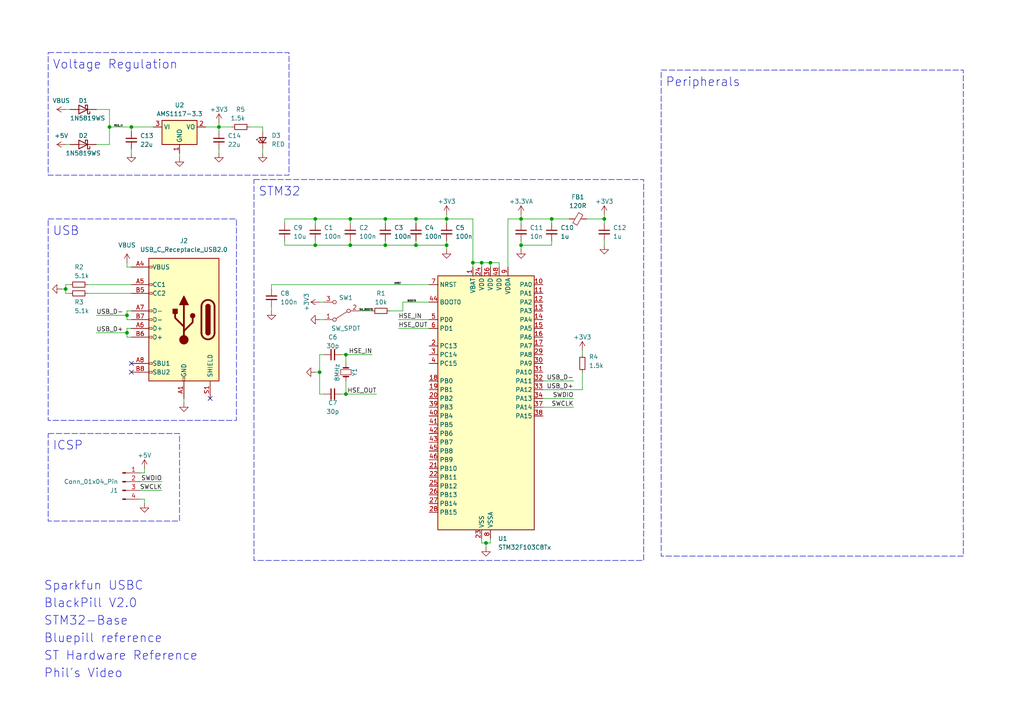
<source format=kicad_sch>
(kicad_sch (version 20230121) (generator eeschema)
  (paper "A4")
  (lib_symbols
    (symbol "Connector:Conn_01x04_Pin" (pin_names (offset 1.016) hide)
      (property "Reference" "J" (at 0 5.08 0))
      (property "Value" "Conn_01x04_Pin" (at 0 -7.62 0))
      (symbol "Conn_01x04_Pin_1_1"
        (polyline (pts (xy 1.27 -5.08) (xy 0.8636 -5.08)) (stroke (width 0.1524)))
        (polyline (pts (xy 1.27 -2.54) (xy 0.8636 -2.54)) (stroke (width 0.1524)))
        (polyline (pts (xy 1.27 0) (xy 0.8636 0)) (stroke (width 0.1524)))
        (polyline (pts (xy 1.27 2.54) (xy 0.8636 2.54)) (stroke (width 0.1524)))
        (rectangle (start 0.8636 -4.953) (end 0 -5.207) (stroke (width 0.1524)) (fill (type outline)))
        (rectangle (start 0.8636 -2.413) (end 0 -2.667) (stroke (width 0.1524)) (fill (type outline)))
        (rectangle (start 0.8636 0.127) (end 0 -0.127) (stroke (width 0.1524)) (fill (type outline)))
        (rectangle (start 0.8636 2.667) (end 0 2.413) (stroke (width 0.1524)) (fill (type outline)))
        (pin passive line (at 5.08 2.54 180) (length 3.81) (name "Pin_1") (number "1"))
        (pin passive line (at 5.08 0 180) (length 3.81) (name "Pin_2") (number "2"))
        (pin passive line (at 5.08 -2.54 180) (length 3.81) (name "Pin_3") (number "3"))
        (pin passive line (at 5.08 -5.08 180) (length 3.81) (name "Pin_4") (number "4"))
      )
    )
    (symbol "Connector:USB_C_Receptacle_USB2.0" (pin_names (offset 1.016))
      (property "Reference" "J" (at -10.16 19.05 0))
      (property "Value" "USB_C_Receptacle_USB2.0" (at 19.05 19.05 0))
      (symbol "USB_C_Receptacle_USB2.0_0_0"
        (rectangle (start -0.254 -17.78) (end 0.254 -16.764))
        (rectangle (start 10.16 -14.986) (end 9.144 -15.494))
        (rectangle (start 10.16 -12.446) (end 9.144 -12.954))
        (rectangle (start 10.16 -4.826) (end 9.144 -5.334))
        (rectangle (start 10.16 -2.286) (end 9.144 -2.794))
        (rectangle (start 10.16 0.254) (end 9.144 -0.254))
        (rectangle (start 10.16 2.794) (end 9.144 2.286))
        (rectangle (start 10.16 7.874) (end 9.144 7.366))
        (rectangle (start 10.16 10.414) (end 9.144 9.906))
        (rectangle (start 10.16 15.494) (end 9.144 14.986))
      )
      (symbol "USB_C_Receptacle_USB2.0_0_1"
        (rectangle (start -10.16 17.78) (end 10.16 -17.78) (stroke (width 0.254)) (fill (type background)))
        (arc (start -8.89 -3.81) (mid -6.985 -5.7067) (end -5.08 -3.81) (stroke (width 0.508)))
        (arc (start -7.62 -3.81) (mid -6.985 -4.4423) (end -6.35 -3.81) (stroke (width 0.254)))
        (arc (start -7.62 -3.81) (mid -6.985 -4.4423) (end -6.35 -3.81) (stroke (width 0.254)) (fill (type outline)))
        (rectangle (start -7.62 -3.81) (end -6.35 3.81) (stroke (width 0.254)) (fill (type outline)))
        (arc (start -6.35 3.81) (mid -6.985 4.4423) (end -7.62 3.81) (stroke (width 0.254)))
        (arc (start -6.35 3.81) (mid -6.985 4.4423) (end -7.62 3.81) (stroke (width 0.254)) (fill (type outline)))
        (arc (start -5.08 3.81) (mid -6.985 5.7067) (end -8.89 3.81) (stroke (width 0.508)))
        (circle (center -2.54 1.143) (radius 0.635) (stroke (width 0.254)) (fill (type outline)))
        (circle (center 0 -5.842) (radius 1.27) (fill (type outline)))
        (polyline (pts (xy -8.89 -3.81) (xy -8.89 3.81)) (stroke (width 0.508)))
        (polyline (pts (xy -5.08 3.81) (xy -5.08 -3.81)) (stroke (width 0.508)))
        (polyline (pts (xy 0 -5.842) (xy 0 4.318)) (stroke (width 0.508)))
        (polyline (pts (xy 0 -3.302) (xy -2.54 -0.762) (xy -2.54 0.508)) (stroke (width 0.508)))
        (polyline (pts (xy 0 -2.032) (xy 2.54 0.508) (xy 2.54 1.778)) (stroke (width 0.508)))
        (polyline (pts (xy -1.27 4.318) (xy 0 6.858) (xy 1.27 4.318) (xy -1.27 4.318)) (stroke (width 0.254)) (fill (type outline)))
        (rectangle (start 1.905 1.778) (end 3.175 3.048) (stroke (width 0.254)) (fill (type outline)))
      )
      (symbol "USB_C_Receptacle_USB2.0_1_1"
        (pin passive line (at 0 -22.86 90) (length 5.08) (name "GND") (number "A1"))
        (pin passive line (at 0 -22.86 90) (length 5.08) hide (name "GND") (number "A12"))
        (pin passive line (at 15.24 15.24 180) (length 5.08) (name "VBUS") (number "A4"))
        (pin bidirectional line (at 15.24 10.16 180) (length 5.08) (name "CC1") (number "A5"))
        (pin bidirectional line (at 15.24 -2.54 180) (length 5.08) (name "D+") (number "A6"))
        (pin bidirectional line (at 15.24 2.54 180) (length 5.08) (name "D-") (number "A7"))
        (pin bidirectional line (at 15.24 -12.7 180) (length 5.08) (name "SBU1") (number "A8"))
        (pin passive line (at 15.24 15.24 180) (length 5.08) hide (name "VBUS") (number "A9"))
        (pin passive line (at 0 -22.86 90) (length 5.08) hide (name "GND") (number "B1"))
        (pin passive line (at 0 -22.86 90) (length 5.08) hide (name "GND") (number "B12"))
        (pin passive line (at 15.24 15.24 180) (length 5.08) hide (name "VBUS") (number "B4"))
        (pin bidirectional line (at 15.24 7.62 180) (length 5.08) (name "CC2") (number "B5"))
        (pin bidirectional line (at 15.24 -5.08 180) (length 5.08) (name "D+") (number "B6"))
        (pin bidirectional line (at 15.24 0 180) (length 5.08) (name "D-") (number "B7"))
        (pin bidirectional line (at 15.24 -15.24 180) (length 5.08) (name "SBU2") (number "B8"))
        (pin passive line (at 15.24 15.24 180) (length 5.08) hide (name "VBUS") (number "B9"))
        (pin passive line (at -7.62 -22.86 90) (length 5.08) (name "SHIELD") (number "S1"))
      )
    )
    (symbol "Device:C_Small" (pin_numbers hide) (pin_names (offset 0.254) hide)
      (property "Reference" "C" (at 0.254 1.778 0))
      (property "Value" "C_Small" (at 0.254 -2.032 0))
      (symbol "C_Small_0_1"
        (polyline (pts (xy -1.524 -0.508) (xy 1.524 -0.508)) (stroke (width 0.3302)))
        (polyline (pts (xy -1.524 0.508) (xy 1.524 0.508)) (stroke (width 0.3048)))
      )
      (symbol "C_Small_1_1"
        (pin passive line (at 0 2.54 270) (length 2.032) (name "~") (number "1"))
        (pin passive line (at 0 -2.54 90) (length 2.032) (name "~") (number "2"))
      )
    )
    (symbol "Device:Crystal_Small" (pin_numbers hide) (pin_names (offset 1.016) hide)
      (property "Reference" "Y" (at 0 2.54 0))
      (property "Value" "Crystal_Small" (at 0 -2.54 0))
      (symbol "Crystal_Small_0_1"
        (rectangle (start -0.762 -1.524) (end 0.762 1.524))
        (polyline (pts (xy -1.27 -0.762) (xy -1.27 0.762)) (stroke (width 0.381)))
        (polyline (pts (xy 1.27 -0.762) (xy 1.27 0.762)) (stroke (width 0.381)))
      )
      (symbol "Crystal_Small_1_1"
        (pin passive line (at -2.54 0 0) (length 1.27) (name "1") (number "1"))
        (pin passive line (at 2.54 0 180) (length 1.27) (name "2") (number "2"))
      )
    )
    (symbol "Device:FerriteBead_Small" (pin_numbers hide) (pin_names (offset 0))
      (property "Reference" "FB" (at 1.905 1.27 0))
      (property "Value" "FerriteBead_Small" (at 1.905 -1.27 0))
      (symbol "FerriteBead_Small_0_1"
        (polyline (pts (xy 0 -1.27) (xy 0 -0.7874)))
        (polyline (pts (xy 0 0.889) (xy 0 1.2954)))
        (polyline (pts (xy -1.8288 0.2794) (xy -1.1176 1.4986) (xy 1.8288 -0.2032) (xy 1.1176 -1.4224) (xy -1.8288 0.2794)))
      )
      (symbol "FerriteBead_Small_1_1"
        (pin passive line (at 0 2.54 270) (length 1.27) (name "~") (number "1"))
        (pin passive line (at 0 -2.54 90) (length 1.27) (name "~") (number "2"))
      )
    )
    (symbol "Device:LED_Small" (pin_numbers hide) (pin_names (offset 0.254) hide)
      (property "Reference" "D" (at -1.27 3.175 0))
      (property "Value" "LED_Small" (at -4.445 -2.54 0))
      (symbol "LED_Small_0_1"
        (polyline (pts (xy -0.762 -1.016) (xy -0.762 1.016)) (stroke (width 0.254)))
        (polyline (pts (xy 1.016 0) (xy -0.762 0)))
        (polyline (pts (xy 0.762 -1.016) (xy -0.762 0) (xy 0.762 1.016) (xy 0.762 -1.016)) (stroke (width 0.254)))
        (polyline (pts (xy 0 0.762) (xy -0.508 1.27) (xy -0.254 1.27) (xy -0.508 1.27) (xy -0.508 1.016)))
        (polyline (pts (xy 0.508 1.27) (xy 0 1.778) (xy 0.254 1.778) (xy 0 1.778) (xy 0 1.524)))
      )
      (symbol "LED_Small_1_1"
        (pin passive line (at -2.54 0 0) (length 1.778) (name "K") (number "1"))
        (pin passive line (at 2.54 0 180) (length 1.778) (name "A") (number "2"))
      )
    )
    (symbol "Device:R_Small" (pin_numbers hide) (pin_names (offset 0.254) hide)
      (property "Reference" "R" (at 0.762 0.508 0))
      (property "Value" "R_Small" (at 0.762 -1.016 0))
      (symbol "R_Small_0_1"
        (rectangle (start -0.762 1.778) (end 0.762 -1.778) (stroke (width 0.2032)))
      )
      (symbol "R_Small_1_1"
        (pin passive line (at 0 2.54 270) (length 0.762) (name "~") (number "1"))
        (pin passive line (at 0 -2.54 90) (length 0.762) (name "~") (number "2"))
      )
    )
    (symbol "Diode:1N5819WS" (pin_numbers hide) (pin_names (offset 1.016) hide)
      (property "Reference" "D" (at 0 2.54 0))
      (property "Value" "1N5819WS" (at 0 -2.54 0))
      (symbol "1N5819WS_0_1"
        (polyline (pts (xy 1.27 0) (xy -1.27 0)))
        (polyline (pts (xy 1.27 1.27) (xy 1.27 -1.27) (xy -1.27 0) (xy 1.27 1.27)) (stroke (width 0.254)))
        (polyline (pts (xy -1.905 0.635) (xy -1.905 1.27) (xy -1.27 1.27) (xy -1.27 -1.27) (xy -0.635 -1.27) (xy -0.635 -0.635)) (stroke (width 0.254)))
      )
      (symbol "1N5819WS_1_1"
        (pin passive line (at -3.81 0 0) (length 2.54) (name "K") (number "1"))
        (pin passive line (at 3.81 0 180) (length 2.54) (name "A") (number "2"))
      )
    )
    (symbol "MCU_ST_STM32F1:STM32F103C8Tx"
      (property "Reference" "U" (at -12.7 39.37 0))
      (property "Value" "STM32F103C8Tx" (at 10.16 39.37 0))
      (symbol "STM32F103C8Tx_0_1"
        (rectangle (start -12.7 -35.56) (end 15.24 38.1) (stroke (width 0.254)) (fill (type background)))
      )
      (symbol "STM32F103C8Tx_1_1"
        (pin power_in line (at -2.54 40.64 270) (length 2.54) (name "VBAT") (number "1"))
        (pin bidirectional line (at 17.78 35.56 180) (length 2.54) (name "PA0") (number "10"))
        (pin bidirectional line (at 17.78 33.02 180) (length 2.54) (name "PA1") (number "11"))
        (pin bidirectional line (at 17.78 30.48 180) (length 2.54) (name "PA2") (number "12"))
        (pin bidirectional line (at 17.78 27.94 180) (length 2.54) (name "PA3") (number "13"))
        (pin bidirectional line (at 17.78 25.4 180) (length 2.54) (name "PA4") (number "14"))
        (pin bidirectional line (at 17.78 22.86 180) (length 2.54) (name "PA5") (number "15"))
        (pin bidirectional line (at 17.78 20.32 180) (length 2.54) (name "PA6") (number "16"))
        (pin bidirectional line (at 17.78 17.78 180) (length 2.54) (name "PA7") (number "17"))
        (pin bidirectional line (at -15.24 7.62 0) (length 2.54) (name "PB0") (number "18"))
        (pin bidirectional line (at -15.24 5.08 0) (length 2.54) (name "PB1") (number "19"))
        (pin bidirectional line (at -15.24 17.78 0) (length 2.54) (name "PC13") (number "2"))
        (pin bidirectional line (at -15.24 2.54 0) (length 2.54) (name "PB2") (number "20"))
        (pin bidirectional line (at -15.24 -17.78 0) (length 2.54) (name "PB10") (number "21"))
        (pin bidirectional line (at -15.24 -20.32 0) (length 2.54) (name "PB11") (number "22"))
        (pin power_in line (at 0 -38.1 90) (length 2.54) (name "VSS") (number "23"))
        (pin power_in line (at 0 40.64 270) (length 2.54) (name "VDD") (number "24"))
        (pin bidirectional line (at -15.24 -22.86 0) (length 2.54) (name "PB12") (number "25"))
        (pin bidirectional line (at -15.24 -25.4 0) (length 2.54) (name "PB13") (number "26"))
        (pin bidirectional line (at -15.24 -27.94 0) (length 2.54) (name "PB14") (number "27"))
        (pin bidirectional line (at -15.24 -30.48 0) (length 2.54) (name "PB15") (number "28"))
        (pin bidirectional line (at 17.78 15.24 180) (length 2.54) (name "PA8") (number "29"))
        (pin bidirectional line (at -15.24 15.24 0) (length 2.54) (name "PC14") (number "3"))
        (pin bidirectional line (at 17.78 12.7 180) (length 2.54) (name "PA9") (number "30"))
        (pin bidirectional line (at 17.78 10.16 180) (length 2.54) (name "PA10") (number "31"))
        (pin bidirectional line (at 17.78 7.62 180) (length 2.54) (name "PA11") (number "32"))
        (pin bidirectional line (at 17.78 5.08 180) (length 2.54) (name "PA12") (number "33"))
        (pin bidirectional line (at 17.78 2.54 180) (length 2.54) (name "PA13") (number "34"))
        (pin passive line (at 0 -38.1 90) (length 2.54) hide (name "VSS") (number "35"))
        (pin power_in line (at 2.54 40.64 270) (length 2.54) (name "VDD") (number "36"))
        (pin bidirectional line (at 17.78 0 180) (length 2.54) (name "PA14") (number "37"))
        (pin bidirectional line (at 17.78 -2.54 180) (length 2.54) (name "PA15") (number "38"))
        (pin bidirectional line (at -15.24 0 0) (length 2.54) (name "PB3") (number "39"))
        (pin bidirectional line (at -15.24 12.7 0) (length 2.54) (name "PC15") (number "4"))
        (pin bidirectional line (at -15.24 -2.54 0) (length 2.54) (name "PB4") (number "40"))
        (pin bidirectional line (at -15.24 -5.08 0) (length 2.54) (name "PB5") (number "41"))
        (pin bidirectional line (at -15.24 -7.62 0) (length 2.54) (name "PB6") (number "42"))
        (pin bidirectional line (at -15.24 -10.16 0) (length 2.54) (name "PB7") (number "43"))
        (pin input line (at -15.24 30.48 0) (length 2.54) (name "BOOT0") (number "44"))
        (pin bidirectional line (at -15.24 -12.7 0) (length 2.54) (name "PB8") (number "45"))
        (pin bidirectional line (at -15.24 -15.24 0) (length 2.54) (name "PB9") (number "46"))
        (pin passive line (at 0 -38.1 90) (length 2.54) hide (name "VSS") (number "47"))
        (pin power_in line (at 5.08 40.64 270) (length 2.54) (name "VDD") (number "48"))
        (pin bidirectional line (at -15.24 25.4 0) (length 2.54) (name "PD0") (number "5"))
        (pin bidirectional line (at -15.24 22.86 0) (length 2.54) (name "PD1") (number "6"))
        (pin input line (at -15.24 35.56 0) (length 2.54) (name "NRST") (number "7"))
        (pin power_in line (at 2.54 -38.1 90) (length 2.54) (name "VSSA") (number "8"))
        (pin power_in line (at 7.62 40.64 270) (length 2.54) (name "VDDA") (number "9"))
      )
    )
    (symbol "Regulator_Linear:AMS1117-3.3"
      (property "Reference" "U" (at -3.81 3.175 0))
      (property "Value" "AMS1117-3.3" (at 0 3.175 0))
      (symbol "AMS1117-3.3_0_1"
        (rectangle (start -5.08 -5.08) (end 5.08 1.905) (stroke (width 0.254)) (fill (type background)))
      )
      (symbol "AMS1117-3.3_1_1"
        (pin power_in line (at 0 -7.62 90) (length 2.54) (name "GND") (number "1"))
        (pin power_out line (at 7.62 0 180) (length 2.54) (name "VO") (number "2"))
        (pin power_in line (at -7.62 0 0) (length 2.54) (name "VI") (number "3"))
      )
    )
    (symbol "Switch:SW_SPDT" (pin_names (offset 0) hide)
      (property "Reference" "SW" (at 0 4.318 0))
      (property "Value" "SW_SPDT" (at 0 -5.08 0))
      (symbol "SW_SPDT_0_0"
        (circle (center -2.032 0) (radius 0.508))
        (circle (center 2.032 -2.54) (radius 0.508))
      )
      (symbol "SW_SPDT_0_1"
        (polyline (pts (xy -1.524 0.254) (xy 1.651 2.286)))
        (circle (center 2.032 2.54) (radius 0.508))
      )
      (symbol "SW_SPDT_1_1"
        (pin passive line (at 5.08 2.54 180) (length 2.54) (name "A") (number "1"))
        (pin passive line (at -5.08 0 0) (length 2.54) (name "B") (number "2"))
        (pin passive line (at 5.08 -2.54 180) (length 2.54) (name "C") (number "3"))
      )
    )
    (symbol "power:+3.3VA" (power) (pin_names (offset 0))
      (property "Value" "+3.3VA" (at 0 3.556 0))
      (symbol "+3.3VA_0_1"
        (polyline (pts (xy -0.762 1.27) (xy 0 2.54)))
        (polyline (pts (xy 0 0) (xy 0 2.54)))
        (polyline (pts (xy 0 2.54) (xy 0.762 1.27)))
      )
      (symbol "+3.3VA_1_1"
        (pin power_in line (at 0 0 90) (length 0) hide (name "+3.3VA") (number "1"))
      )
    )
    (symbol "power:+3V3" (power) (pin_names (offset 0))
      (property "Value" "+3V3" (at 0 3.556 0))
      (symbol "+3V3_0_1"
        (polyline (pts (xy -0.762 1.27) (xy 0 2.54)))
        (polyline (pts (xy 0 0) (xy 0 2.54)))
        (polyline (pts (xy 0 2.54) (xy 0.762 1.27)))
      )
      (symbol "+3V3_1_1"
        (pin power_in line (at 0 0 90) (length 0) hide (name "+3V3") (number "1"))
      )
    )
    (symbol "power:+5V" (power) (pin_names (offset 0))
      (property "Value" "+5V" (at 0 3.556 0))
      (symbol "+5V_0_1"
        (polyline (pts (xy -0.762 1.27) (xy 0 2.54)))
        (polyline (pts (xy 0 0) (xy 0 2.54)))
        (polyline (pts (xy 0 2.54) (xy 0.762 1.27)))
      )
      (symbol "+5V_1_1"
        (pin power_in line (at 0 0 90) (length 0) hide (name "+5V") (number "1"))
      )
    )
    (symbol "power:GND" (power) (pin_names (offset 0))
      (property "Value" "GND" (at 0 -3.81 0))
      (symbol "GND_0_1"
        (polyline (pts (xy 0 0) (xy 0 -1.27) (xy 1.27 -1.27) (xy 0 -2.54) (xy -1.27 -1.27) (xy 0 -1.27)))
      )
      (symbol "GND_1_1"
        (pin power_in line (at 0 0 270) (length 0) hide (name "GND") (number "1"))
      )
    )
    (symbol "power:VBUS" (power) (pin_names (offset 0))
      (property "Value" "VBUS" (at 0 3.81 0))
      (symbol "VBUS_0_1"
        (polyline (pts (xy -0.762 1.27) (xy 0 2.54)))
        (polyline (pts (xy 0 0) (xy 0 2.54)))
        (polyline (pts (xy 0 2.54) (xy 0.762 1.27)))
      )
      (symbol "VBUS_1_1"
        (pin power_in line (at 0 0 90) (length 0) hide (name "VBUS") (number "1"))
      )
    )
  )
  (junction (at 100.33 102.87))
  (junction (at 63.5 36.83))
  (junction (at 91.44 71.12))
  (junction (at 140.97 157.48))
  (junction (at 139.7 76.2))
  (junction (at 151.13 63.5))
  (junction (at 101.6 71.12))
  (junction (at 137.16 76.2))
  (junction (at 129.54 71.12))
  (junction (at 31.75 36.83))
  (junction (at 38.1 36.83))
  (junction (at 142.24 76.2))
  (junction (at 36.83 96.52))
  (junction (at 19.05 83.82))
  (junction (at 160.02 63.5))
  (junction (at 175.26 63.5))
  (junction (at 129.54 63.5))
  (junction (at 101.6 63.5))
  (junction (at 120.65 63.5))
  (junction (at 91.44 63.5))
  (junction (at 111.76 63.5))
  (junction (at 151.13 71.12))
  (junction (at 100.33 114.3))
  (junction (at 36.83 91.44))
  (junction (at 111.76 71.12))
  (junction (at 120.65 71.12))
  (junction (at 92.71 107.95))
  (no_connect (at 38.1 107.95))
  (no_connect (at 38.1 105.41))
  (no_connect (at 60.96 115.57))
  (wire (pts (xy 92.71 107.95) (xy 92.71 114.3)))
  (wire (pts (xy 46.99 142.24) (xy 40.64 142.24)))
  (wire (pts (xy 129.54 71.12) (xy 129.54 69.85)))
  (wire (pts (xy 41.91 144.78) (xy 41.91 146.05)))
  (wire (pts (xy 104.14 90.17) (xy 107.95 90.17)))
  (wire (pts (xy 91.44 69.85) (xy 91.44 71.12)))
  (wire (pts (xy 107.95 102.87) (xy 100.33 102.87)))
  (wire (pts (xy 160.02 63.5) (xy 165.1 63.5)))
  (wire (pts (xy 137.16 76.2) (xy 139.7 76.2)))
  (wire (pts (xy 91.44 71.12) (xy 101.6 71.12)))
  (wire (pts (xy 76.2 43.18) (xy 76.2 44.45)))
  (wire (pts (xy 120.65 63.5) (xy 129.54 63.5)))
  (wire (pts (xy 46.99 139.7) (xy 40.64 139.7)))
  (wire (pts (xy 82.55 71.12) (xy 91.44 71.12)))
  (wire (pts (xy 175.26 63.5) (xy 175.26 62.23)))
  (wire (pts (xy 100.33 110.49) (xy 100.33 114.3)))
  (wire (pts (xy 157.48 113.03) (xy 168.91 113.03)))
  (wire (pts (xy 151.13 69.85) (xy 151.13 71.12)))
  (wire (pts (xy 115.57 95.25) (xy 124.46 95.25)))
  (wire (pts (xy 157.48 115.57) (xy 166.37 115.57)))
  (wire (pts (xy 144.78 76.2) (xy 142.24 76.2)))
  (wire (pts (xy 36.83 97.79) (xy 38.1 97.79)))
  (wire (pts (xy 38.1 36.83) (xy 38.1 38.1)))
  (wire (pts (xy 91.44 63.5) (xy 91.44 64.77)))
  (wire (pts (xy 139.7 76.2) (xy 139.7 77.47)))
  (wire (pts (xy 116.84 90.17) (xy 116.84 87.63)))
  (wire (pts (xy 25.4 82.55) (xy 38.1 82.55)))
  (wire (pts (xy 27.94 96.52) (xy 36.83 96.52)))
  (wire (pts (xy 93.98 92.71) (xy 92.71 92.71)))
  (wire (pts (xy 63.5 36.83) (xy 63.5 35.56)))
  (wire (pts (xy 147.32 63.5) (xy 147.32 77.47)))
  (wire (pts (xy 144.78 77.47) (xy 144.78 76.2)))
  (wire (pts (xy 160.02 63.5) (xy 160.02 64.77)))
  (wire (pts (xy 36.83 95.25) (xy 36.83 96.52)))
  (wire (pts (xy 92.71 102.87) (xy 92.71 107.95)))
  (wire (pts (xy 151.13 62.23) (xy 151.13 63.5)))
  (wire (pts (xy 36.83 91.44) (xy 36.83 90.17)))
  (wire (pts (xy 92.71 87.63) (xy 93.98 87.63)))
  (wire (pts (xy 53.34 115.57) (xy 53.34 116.84)))
  (wire (pts (xy 20.32 85.09) (xy 19.05 85.09)))
  (wire (pts (xy 40.64 144.78) (xy 41.91 144.78)))
  (wire (pts (xy 151.13 71.12) (xy 151.13 72.39)))
  (wire (pts (xy 78.74 88.9) (xy 78.74 90.17)))
  (wire (pts (xy 157.48 118.11) (xy 166.37 118.11)))
  (wire (pts (xy 129.54 71.12) (xy 129.54 72.39)))
  (wire (pts (xy 31.75 36.83) (xy 38.1 36.83)))
  (wire (pts (xy 137.16 77.47) (xy 137.16 76.2)))
  (wire (pts (xy 20.32 41.91) (xy 19.05 41.91)))
  (wire (pts (xy 27.94 41.91) (xy 31.75 41.91)))
  (wire (pts (xy 111.76 63.5) (xy 120.65 63.5)))
  (wire (pts (xy 140.97 157.48) (xy 139.7 157.48)))
  (wire (pts (xy 101.6 69.85) (xy 101.6 71.12)))
  (wire (pts (xy 151.13 63.5) (xy 147.32 63.5)))
  (wire (pts (xy 129.54 63.5) (xy 137.16 63.5)))
  (wire (pts (xy 59.69 36.83) (xy 63.5 36.83)))
  (wire (pts (xy 40.64 137.16) (xy 41.91 137.16)))
  (wire (pts (xy 170.18 63.5) (xy 175.26 63.5)))
  (wire (pts (xy 139.7 76.2) (xy 142.24 76.2)))
  (wire (pts (xy 116.84 87.63) (xy 124.46 87.63)))
  (wire (pts (xy 175.26 69.85) (xy 175.26 71.12)))
  (wire (pts (xy 151.13 64.77) (xy 151.13 63.5)))
  (wire (pts (xy 111.76 71.12) (xy 120.65 71.12)))
  (wire (pts (xy 140.97 157.48) (xy 142.24 157.48)))
  (wire (pts (xy 27.94 31.75) (xy 31.75 31.75)))
  (wire (pts (xy 175.26 63.5) (xy 175.26 64.77)))
  (wire (pts (xy 38.1 36.83) (xy 44.45 36.83)))
  (wire (pts (xy 92.71 102.87) (xy 93.98 102.87)))
  (wire (pts (xy 115.57 92.71) (xy 124.46 92.71)))
  (wire (pts (xy 82.55 63.5) (xy 91.44 63.5)))
  (wire (pts (xy 111.76 69.85) (xy 111.76 71.12)))
  (wire (pts (xy 101.6 63.5) (xy 101.6 64.77)))
  (wire (pts (xy 142.24 156.21) (xy 142.24 157.48)))
  (wire (pts (xy 100.33 102.87) (xy 100.33 105.41)))
  (wire (pts (xy 17.78 83.82) (xy 19.05 83.82)))
  (wire (pts (xy 36.83 92.71) (xy 36.83 91.44)))
  (wire (pts (xy 36.83 77.47) (xy 36.83 76.2)))
  (wire (pts (xy 36.83 96.52) (xy 36.83 97.79)))
  (wire (pts (xy 129.54 62.23) (xy 129.54 63.5)))
  (wire (pts (xy 99.06 102.87) (xy 100.33 102.87)))
  (wire (pts (xy 157.48 110.49) (xy 166.37 110.49)))
  (wire (pts (xy 168.91 101.6) (xy 168.91 102.87)))
  (wire (pts (xy 168.91 113.03) (xy 168.91 107.95)))
  (wire (pts (xy 91.44 63.5) (xy 101.6 63.5)))
  (wire (pts (xy 137.16 63.5) (xy 137.16 76.2)))
  (wire (pts (xy 129.54 63.5) (xy 129.54 64.77)))
  (wire (pts (xy 27.94 91.44) (xy 36.83 91.44)))
  (wire (pts (xy 120.65 69.85) (xy 120.65 71.12)))
  (wire (pts (xy 91.44 107.95) (xy 92.71 107.95)))
  (wire (pts (xy 100.33 114.3) (xy 109.22 114.3)))
  (wire (pts (xy 19.05 82.55) (xy 19.05 83.82)))
  (wire (pts (xy 101.6 71.12) (xy 111.76 71.12)))
  (wire (pts (xy 38.1 77.47) (xy 36.83 77.47)))
  (wire (pts (xy 41.91 137.16) (xy 41.91 135.89)))
  (wire (pts (xy 120.65 71.12) (xy 129.54 71.12)))
  (wire (pts (xy 78.74 82.55) (xy 124.46 82.55)))
  (wire (pts (xy 38.1 92.71) (xy 36.83 92.71)))
  (wire (pts (xy 72.39 36.83) (xy 76.2 36.83)))
  (wire (pts (xy 142.24 77.47) (xy 142.24 76.2)))
  (wire (pts (xy 93.98 114.3) (xy 92.71 114.3)))
  (wire (pts (xy 20.32 82.55) (xy 19.05 82.55)))
  (wire (pts (xy 63.5 36.83) (xy 63.5 38.1)))
  (wire (pts (xy 36.83 90.17) (xy 38.1 90.17)))
  (wire (pts (xy 78.74 83.82) (xy 78.74 82.55)))
  (wire (pts (xy 38.1 43.18) (xy 38.1 44.45)))
  (wire (pts (xy 82.55 64.77) (xy 82.55 63.5)))
  (wire (pts (xy 38.1 95.25) (xy 36.83 95.25)))
  (wire (pts (xy 151.13 63.5) (xy 160.02 63.5)))
  (wire (pts (xy 151.13 71.12) (xy 160.02 71.12)))
  (wire (pts (xy 113.03 90.17) (xy 116.84 90.17)))
  (wire (pts (xy 19.05 31.75) (xy 20.32 31.75)))
  (wire (pts (xy 101.6 63.5) (xy 111.76 63.5)))
  (wire (pts (xy 139.7 157.48) (xy 139.7 156.21)))
  (wire (pts (xy 76.2 36.83) (xy 76.2 38.1)))
  (wire (pts (xy 100.33 114.3) (xy 99.06 114.3)))
  (wire (pts (xy 31.75 31.75) (xy 31.75 36.83)))
  (wire (pts (xy 140.97 158.75) (xy 140.97 157.48)))
  (wire (pts (xy 25.4 85.09) (xy 38.1 85.09)))
  (wire (pts (xy 82.55 69.85) (xy 82.55 71.12)))
  (wire (pts (xy 120.65 63.5) (xy 120.65 64.77)))
  (wire (pts (xy 111.76 63.5) (xy 111.76 64.77)))
  (wire (pts (xy 31.75 36.83) (xy 31.75 41.91)))
  (wire (pts (xy 63.5 43.18) (xy 63.5 44.45)))
  (wire (pts (xy 52.07 44.45) (xy 52.07 45.72)))
  (wire (pts (xy 63.5 36.83) (xy 67.31 36.83)))
  (wire (pts (xy 19.05 85.09) (xy 19.05 83.82)))
  (wire (pts (xy 160.02 71.12) (xy 160.02 69.85)))
  (rectangle (start 191.77 20.32) (end 279.4 161.29) (stroke (width 0) (type dash)))
  (rectangle (start 73.66 52.07) (end 186.69 162.56) (stroke (width 0) (type dash)))
  (rectangle (start 13.97 125.73) (end 52.07 151.13) (stroke (width 0) (type dash)))
  (rectangle (start 13.97 63.5) (end 68.58 121.92) (stroke (width 0) (type dash)))
  (rectangle (start 13.97 15.24) (end 83.82 50.8) (stroke (width 0) (type dash)))
  (text "Bluepill reference" (at 12.7 186.69 0) (effects (font (size 2.54 2.54)) (justify left bottom)))
  (text "STM32-Base" (at 12.7 181.61 0) (effects (font (size 2.54 2.54)) (justify left bottom)))
  (text "Sparkfun USBC" (at 12.7 171.45 0) (effects (font (size 2.54 2.54)) (justify left bottom)))
  (text "Voltage Regulation" (at 15.24 20.32 0) (effects (font (size 2.54 2.54)) (justify left bottom)))
  (text "BlackPill V2.0" (at 12.7 176.53 0) (effects (font (size 2.54 2.54)) (justify left bottom)))
  (text "ST Hardware Reference" (at 12.7 191.77 0) (effects (font (size 2.54 2.54)) (justify left bottom)))
  (text "Peripherals" (at 193.04 25.4 0) (effects (font (size 2.54 2.54)) (justify left bottom)))
  (text "ICSP" (at 15.24 130.81 0) (effects (font (size 2.54 2.54)) (justify left bottom)))
  (text "STM32" (at 74.93 57.15 0) (effects (font (size 2.54 2.54)) (justify left bottom)))
  (text "Phil's Video" (at 12.7 196.85 0) (effects (font (size 2.54 2.54)) (justify left bottom)))
  (text "USB" (at 15.24 68.58 0) (effects (font (size 2.54 2.54)) (justify left bottom)))
  (label "SW_BOOT0" (at 104.14 90.17 0) (effects (font (size 0.508 0.508))))
  (label "HSE_OUT" (at 109.22 114.3 180))
  (label "NRST" (at 114.3 82.55 0) (effects (font (size 0.508 0.508))))
  (label "REG_VI" (at 33.02 36.83 0) (effects (font (size 0.508 0.508))))
  (label "BOOT0" (at 118.11 87.63 0) (effects (font (size 0.508 0.508))))
  (label "SWDIO" (at 46.99 139.7 180))
  (label "SWCLK" (at 46.99 142.24 180))
  (label "SWCLK" (at 166.37 118.11 180))
  (label "USB_D+" (at 27.94 96.52 0))
  (label "USB_D+" (at 166.37 113.03 180))
  (label "HSE_OUT" (at 115.57 95.25 0))
  (label "HSE_IN" (at 115.57 92.71 0))
  (label "HSE_IN" (at 107.95 102.87 180))
  (label "USB_D-" (at 27.94 91.44 0))
  (label "USB_D-" (at 166.37 110.49 180))
  (label "SWDIO" (at 166.37 115.57 180))
  (symbol (lib_id "power:VBUS") (at 36.83 76.2 0) (unit 1)
    (property "Reference" "#PWR011" (effects hide))
    (property "Value" "VBUS" (at 36.83 71.12 0))
  )
  (symbol (lib_id "power:GND") (at 41.91 146.05 0) (mirror y) (unit 1)
    (property "Reference" "#PWR019" (effects hide))
    (property "Value" "GND" (effects hide))
  )
  (symbol (lib_id "power:+3.3VA") (at 151.13 62.23 0) (unit 1)
    (property "Reference" "#PWR02" (effects hide))
    (property "Value" "+3.3VA" (at 151.13 58.42 0))
  )
  (symbol (lib_id "power:+3V3") (at 92.71 87.63 90) (unit 1)
    (property "Reference" "#PWR09" (effects hide))
    (property "Value" "+3V3" (at 88.9 87.63 0))
  )
  (symbol (lib_id "Device:R_Small") (at 168.91 105.41 180) (unit 1)
    (property "Reference" "R4" (at 170.815 103.505 0) (effects (justify right)))
    (property "Value" "1.5k" (at 170.815 106.045 0) (effects (justify right)))
    (property "Footprint" "Resistor_SMD:R_0603_1608Metric" (effects hide))
    (property "Datasheet" "https://wmsc.lcsc.com/wmsc/upload/file/pdf/v2/lcsc/2206010130_UNI-ROYAL-Uniroyal-Elec-0603WAF1501T5E_C22843.pdf" (effects hide))
    (property "JLCPCB" "C22843" (effects hide))
    (property "Link" "https://jlcpcb.com/partdetail/23570-0603WAF1501T5E/C22843" (effects hide))
  )
  (symbol (lib_id "Device:C_Small") (at 96.52 114.3 90) (unit 1)
    (property "Reference" "C7" (at 96.52 116.84 90))
    (property "Value" "30p" (at 96.52 119.38 90))
    (property "Footprint" "Capacitor_SMD:C_0603_1608Metric" (effects hide))
    (property "Datasheet" "https://wmsc.lcsc.com/wmsc/upload/file/pdf/v2/lcsc/2304140030_Samsung-Electro-Mechanics-CL10C200JB8NNNC_C1648.pdf" (effects hide))
    (property "JLCPCB" "C1648" (effects hide))
    (property "Link" "https://jlcpcb.com/partdetail/2000-CL10C200JB8NNNC/C1648" (effects hide))
  )
  (symbol (lib_id "power:GND") (at 175.26 71.12 0) (unit 1)
    (property "Reference" "#PWR05" (effects hide))
    (property "Value" "GND" (effects hide))
  )
  (symbol (lib_id "Device:C_Small") (at 175.26 67.31 0) (unit 1)
    (property "Reference" "C12" (at 177.8 66.0463 0) (effects (justify left)))
    (property "Value" "1u" (at 177.8 68.5863 0) (effects (justify left)))
    (property "Footprint" "Capacitor_SMD:C_0603_1608Metric" (effects hide))
    (property "Datasheet" "https://wmsc.lcsc.com/wmsc/upload/file/pdf/v2/lcsc/2304140030_Samsung-Electro-Mechanics-CL10A105KB8NNNC_C15849.pdf" (effects hide))
    (property "JLCPCB" "C15849" (effects hide))
    (property "Link" "https://jlcpcb.com/partdetail/16531-CL10A105KB8NNNC/C15849" (effects hide))
  )
  (symbol (lib_id "power:GND") (at 129.54 72.39 0) (unit 1)
    (property "Reference" "#PWR04" (effects hide))
    (property "Value" "GND" (effects hide))
  )
  (symbol (lib_id "power:GND") (at 91.44 107.95 270) (unit 1)
    (property "Reference" "#PWR013" (effects hide))
    (property "Value" "GND" (effects hide))
  )
  (symbol (lib_id "Device:C_Small") (at 111.76 67.31 0) (unit 1)
    (property "Reference" "C3" (at 114.3 66.0463 0) (effects (justify left)))
    (property "Value" "100n" (at 114.3 68.5863 0) (effects (justify left)))
    (property "Footprint" "Capacitor_SMD:C_0603_1608Metric" (effects hide))
    (property "Datasheet" "https://wmsc.lcsc.com/wmsc/upload/file/pdf/v2/lcsc/2211101700_YAGEO-CC0603KRX7R9BB104_C14663.pdf" (effects hide))
    (property "JLCPCB" "C14663" (effects hide))
    (property "Link" "https://jlcpcb.com/partdetail/Yageo-CC0603KRX7R9BB104/C14663" (effects hide))
  )
  (symbol (lib_id "Device:FerriteBead_Small") (at 167.64 63.5 90) (unit 1)
    (property "Reference" "FB1" (at 167.6019 57.15 90))
    (property "Value" "120R" (at 167.6019 59.69 90))
  )
  (symbol (lib_id "Device:C_Small") (at 151.13 67.31 0) (unit 1)
    (property "Reference" "C11" (at 153.67 66.0463 0) (effects (justify left)))
    (property "Value" "10n" (at 153.67 68.5863 0) (effects (justify left)))
    (property "Footprint" "Capacitor_SMD:C_0603_1608Metric" (effects hide))
    (property "Datasheet" "https://wmsc.lcsc.com/wmsc/upload/file/pdf/v2/lcsc/2304140030_FH--Guangdong-Fenghua-Advanced-Tech-0603B103K500NT_C57112.pdf" (effects hide))
    (property "JLCPCB" "C57112" (effects hide))
    (property "Link" "https://jlcpcb.com/partdetail/58143-0603B103K500NT/C57112" (effects hide))
  )
  (symbol (lib_id "Device:C_Small") (at 101.6 67.31 0) (unit 1)
    (property "Reference" "C2" (at 104.14 66.0463 0) (effects (justify left)))
    (property "Value" "100n" (at 104.14 68.5863 0) (effects (justify left)))
    (property "Footprint" "Capacitor_SMD:C_0603_1608Metric" (effects hide))
    (property "Datasheet" "https://wmsc.lcsc.com/wmsc/upload/file/pdf/v2/lcsc/2211101700_YAGEO-CC0603KRX7R9BB104_C14663.pdf" (effects hide))
    (property "JLCPCB" "C14663" (effects hide))
    (property "Link" "https://jlcpcb.com/partdetail/Yageo-CC0603KRX7R9BB104/C14663" (effects hide))
  )
  (symbol (lib_id "power:GND") (at 140.97 158.75 0) (unit 1)
    (property "Reference" "#PWR012" (effects hide))
    (property "Value" "GND" (effects hide))
  )
  (symbol (lib_id "power:GND") (at 17.78 83.82 270) (unit 1)
    (property "Reference" "#PWR010" (effects hide))
    (property "Value" "GND" (effects hide))
  )
  (symbol (lib_id "power:+3V3") (at 129.54 62.23 0) (unit 1)
    (property "Reference" "#PWR03" (effects hide))
    (property "Value" "+3V3" (at 129.54 58.42 0))
  )
  (symbol (lib_id "Device:LED_Small") (at 76.2 40.64 90) (unit 1)
    (property "Reference" "D3" (at 78.74 39.3065 90) (effects (justify right)))
    (property "Value" "RED" (at 78.74 41.8465 90) (effects (justify right)))
    (property "Footprint" "LED_SMD:LED_0603_1608Metric" (effects hide))
    (property "Datasheet" "https://wmsc.lcsc.com/wmsc/upload/file/pdf/v2/lcsc/1810231112_Hubei-KENTO-Elec-KT-0603R_C2286.pdf" (effects hide))
    (property "JLCPCB" "C2286" (effects hide))
    (property "Link" "https://jlcpcb.com/partdetail/Hubei_KentoElec-KT0603R/C2286" (effects hide))
  )
  (symbol (lib_id "Device:R_Small") (at 22.86 82.55 90) (unit 1)
    (property "Reference" "R2" (at 21.59 77.47 90) (effects (justify right)))
    (property "Value" "5.1k" (at 21.59 80.01 90) (effects (justify right)))
    (property "Footprint" "Resistor_SMD:R_0603_1608Metric" (effects hide))
    (property "Datasheet" "https://wmsc.lcsc.com/wmsc/upload/file/pdf/v2/lcsc/2206010116_UNI-ROYAL-Uniroyal-Elec-0603WAF5101T5E_C23186.pdf" (effects hide))
    (property "JLCPCB" "C23186" (effects hide))
    (property "Link" "https://jlcpcb.com/partdetail/23913-0603WAF5101T5E/C23186" (effects hide))
  )
  (symbol (lib_id "power:GND") (at 151.13 72.39 0) (unit 1)
    (property "Reference" "#PWR01" (effects hide))
    (property "Value" "GND" (effects hide))
  )
  (symbol (lib_id "Device:C_Small") (at 160.02 67.31 0) (unit 1)
    (property "Reference" "C10" (at 162.56 66.0463 0) (effects (justify left)))
    (property "Value" "1u" (at 162.56 68.5863 0) (effects (justify left)))
    (property "Footprint" "Capacitor_SMD:C_0603_1608Metric" (effects hide))
    (property "Datasheet" "https://wmsc.lcsc.com/wmsc/upload/file/pdf/v2/lcsc/2304140030_Samsung-Electro-Mechanics-CL10A105KB8NNNC_C15849.pdf" (effects hide))
    (property "JLCPCB" "C15849" (effects hide))
    (property "Link" "https://jlcpcb.com/partdetail/16531-CL10A105KB8NNNC/C15849" (effects hide))
  )
  (symbol (lib_id "power:GND") (at 78.74 90.17 0) (unit 1)
    (property "Reference" "#PWR07" (effects hide))
    (property "Value" "GND" (effects hide))
  )
  (symbol (lib_id "Device:C_Small") (at 63.5 40.64 0) (unit 1)
    (property "Reference" "C14" (at 66.04 39.3763 0) (effects (justify left)))
    (property "Value" "22u" (at 66.04 41.9163 0) (effects (justify left)))
    (property "Footprint" "Capacitor_SMD:C_0805_2012Metric" (effects hide))
    (property "Datasheet" "https://wmsc.lcsc.com/wmsc/upload/file/pdf/v2/lcsc/2304140030_Samsung-Electro-Mechanics-CL21A226MAQNNNE_C45783.pdf" (effects hide))
    (property "JLCPCB" "C45783" (effects hide))
    (property "Link" "https://jlcpcb.com/partdetail/46786-CL21A226MAQNNNE/C45783" (effects hide))
  )
  (symbol (lib_id "Diode:1N5819WS") (at 24.13 41.91 180) (unit 1)
    (property "Reference" "D2" (at 24.13 39.37 0))
    (property "Value" "1N5819WS" (at 24.13 44.45 0))
    (property "Footprint" "Diode_SMD:D_SOD-323" (effects hide))
    (property "Datasheet" "https://wmsc.lcsc.com/wmsc/upload/file/pdf/v2/lcsc/2204281430_Guangdong-Hottech-1N5819WS_C191023.pdf" (effects hide))
    (property "JLCPCB" "C191023" (effects hide))
    (property "Link" "https://jlcpcb.com/partdetail/GuangdongHottech-1N5819WS/C191023" (effects hide))
  )
  (symbol (lib_id "Device:C_Small") (at 38.1 40.64 0) (unit 1)
    (property "Reference" "C13" (at 40.64 39.3763 0) (effects (justify left)))
    (property "Value" "22u" (at 40.64 41.9163 0) (effects (justify left)))
    (property "Footprint" "Capacitor_SMD:C_0805_2012Metric" (effects hide))
    (property "Datasheet" "https://wmsc.lcsc.com/wmsc/upload/file/pdf/v2/lcsc/2304140030_Samsung-Electro-Mechanics-CL21A226MAQNNNE_C45783.pdf" (effects hide))
    (property "JLCPCB" "C45783" (effects hide))
    (property "Link" "https://jlcpcb.com/partdetail/46786-CL21A226MAQNNNE/C45783" (effects hide))
  )
  (symbol (lib_id "Device:C_Small") (at 82.55 67.31 0) (unit 1)
    (property "Reference" "C9" (at 85.09 66.0463 0) (effects (justify left)))
    (property "Value" "10u" (at 85.09 68.5863 0) (effects (justify left)))
    (property "Footprint" "Capacitor_SMD:C_0603_1608Metric" (effects hide))
    (property "Datasheet" "https://wmsc.lcsc.com/wmsc/upload/file/pdf/v2/lcsc/2304140030_Samsung-Electro-Mechanics-CL10A106KP8NNNC_C19702.pdf" (effects hide))
    (property "JLCPCB" "C19702" (effects hide))
    (property "Link" "https://jlcpcb.com/partdetail/20411-CL10A106KP8NNNC/C19702" (effects hide))
  )
  (symbol (lib_id "Device:R_Small") (at 22.86 85.09 90) (unit 1)
    (property "Reference" "R3" (at 21.59 87.63 90) (effects (justify right)))
    (property "Value" "5.1k" (at 21.59 90.17 90) (effects (justify right)))
    (property "Footprint" "Resistor_SMD:R_0603_1608Metric" (effects hide))
    (property "Datasheet" "https://wmsc.lcsc.com/wmsc/upload/file/pdf/v2/lcsc/2206010116_UNI-ROYAL-Uniroyal-Elec-0603WAF5101T5E_C23186.pdf" (effects hide))
    (property "JLCPCB" "C23186" (effects hide))
    (property "Link" "https://jlcpcb.com/partdetail/23913-0603WAF5101T5E/C23186" (effects hide))
  )
  (symbol (lib_id "Diode:1N5819WS") (at 24.13 31.75 180) (unit 1)
    (property "Reference" "D1" (at 24.13 29.21 0))
    (property "Value" "1N5819WS" (at 25.4 34.29 0))
    (property "Footprint" "Diode_SMD:D_SOD-323" (effects hide))
    (property "Datasheet" "https://wmsc.lcsc.com/wmsc/upload/file/pdf/v2/lcsc/2204281430_Guangdong-Hottech-1N5819WS_C191023.pdf" (effects hide))
    (property "JLCPCB" "C191023" (effects hide))
    (property "Link" "https://jlcpcb.com/partdetail/GuangdongHottech-1N5819WS/C191023" (effects hide))
  )
  (symbol (lib_id "power:GND") (at 38.1 44.45 0) (unit 1)
    (property "Reference" "#PWR022" (effects hide))
    (property "Value" "GND" (effects hide))
  )
  (symbol (lib_id "power:GND") (at 52.07 45.72 0) (unit 1)
    (property "Reference" "#PWR020" (effects hide))
    (property "Value" "GND" (effects hide))
  )
  (symbol (lib_id "power:+3V3") (at 63.5 35.56 0) (unit 1)
    (property "Reference" "#PWR021" (effects hide))
    (property "Value" "+3V3" (at 63.5 31.75 0))
  )
  (symbol (lib_id "Connector:USB_C_Receptacle_USB2.0") (at 53.34 92.71 0) (mirror y) (unit 1)
    (property "Reference" "J2" (at 53.34 69.85 0))
    (property "Value" "USB_C_Receptacle_USB2.0" (at 53.34 72.39 0))
    (property "Footprint" "Connector_USB:USB_C_Receptacle_Palconn_UTC16-G" (effects hide))
    (property "Datasheet" "https://wmsc.lcsc.com/wmsc/upload/file/pdf/v2/lcsc/1912111437_SHOU-HAN-TYPE-C16PIN_C393939.pdf" (effects hide))
    (property "JLCPCB" "C393939" (effects hide))
    (property "Link" "https://jlcpcb.com/partdetail/ShouHan-TYPEC16PIN/C393939" (effects hide))
  )
  (symbol (lib_id "power:+3V3") (at 175.26 62.23 0) (unit 1)
    (property "Reference" "#PWR06" (effects hide))
    (property "Value" "+3V3" (at 175.26 58.42 0))
  )
  (symbol (lib_id "power:GND") (at 76.2 44.45 0) (unit 1)
    (property "Reference" "#PWR024" (effects hide))
    (property "Value" "GND" (effects hide))
  )
  (symbol (lib_id "Device:C_Small") (at 91.44 67.31 0) (unit 1)
    (property "Reference" "C1" (at 93.98 66.0463 0) (effects (justify left)))
    (property "Value" "100n" (at 93.98 68.5863 0) (effects (justify left)))
    (property "Footprint" "Capacitor_SMD:C_0603_1608Metric" (effects hide))
    (property "Datasheet" "https://wmsc.lcsc.com/wmsc/upload/file/pdf/v2/lcsc/2211101700_YAGEO-CC0603KRX7R9BB104_C14663.pdf" (effects hide))
    (property "JLCPCB" "C14663" (effects hide))
    (property "Link" "https://jlcpcb.com/partdetail/Yageo-CC0603KRX7R9BB104/C14663" (effects hide))
  )
  (symbol (lib_id "Device:Crystal_Small") (at 100.33 107.95 90) (unit 1)
    (property "Reference" "Y1" (at 102.87 106.68 0) (effects (justify right)))
    (property "Value" "8MHz" (at 97.79 105.41 0) (effects (justify right)))
    (property "Footprint" "Crystal:Crystal_SMD_HC49-SD" (effects hide))
    (property "Datasheet" "https://wmsc.lcsc.com/wmsc/upload/file/pdf/v2/lcsc/2403291504_YXC-Crystal-Oscillators-X49SM8MSD2SC_C12674.pdf" (effects hide))
    (property "JLCPCB" "C12674" (effects hide))
    (property "Link" "https://jlcpcb.com/partdetail/Yxc_CrystalOscillators-X49SM8MSD2SC/C12674" (effects hide))
  )
  (symbol (lib_id "Device:C_Small") (at 78.74 86.36 0) (unit 1)
    (property "Reference" "C8" (at 81.28 85.0963 0) (effects (justify left)))
    (property "Value" "100n" (at 81.28 87.6363 0) (effects (justify left)))
    (property "Footprint" "Capacitor_SMD:C_0603_1608Metric" (effects hide))
    (property "Datasheet" "https://wmsc.lcsc.com/wmsc/upload/file/pdf/v2/lcsc/2211101700_YAGEO-CC0603KRX7R9BB104_C14663.pdf" (effects hide))
    (property "JLCPCB" "C14663" (effects hide))
    (property "Link" "https://jlcpcb.com/partdetail/Yageo-CC0603KRX7R9BB104/C14663" (effects hide))
  )
  (symbol (lib_id "power:GND") (at 53.34 116.84 0) (unit 1)
    (property "Reference" "#PWR014" (effects hide))
    (property "Value" "GND" (effects hide))
  )
  (symbol (lib_id "power:GND") (at 63.5 44.45 0) (unit 1)
    (property "Reference" "#PWR023" (effects hide))
    (property "Value" "GND" (effects hide))
  )
  (symbol (lib_id "Device:R_Small") (at 69.85 36.83 270) (unit 1)
    (property "Reference" "R5" (at 71.12 31.75 90) (effects (justify right)))
    (property "Value" "1.5k" (at 71.12 34.29 90) (effects (justify right)))
    (property "Footprint" "Resistor_SMD:R_0603_1608Metric" (effects hide))
    (property "Datasheet" "https://wmsc.lcsc.com/wmsc/upload/file/pdf/v2/lcsc/2206010130_UNI-ROYAL-Uniroyal-Elec-0603WAF1501T5E_C22843.pdf" (effects hide))
    (property "JLCPCB" "C22843" (effects hide))
    (property "Link" "https://jlcpcb.com/partdetail/23570-0603WAF1501T5E/C22843" (effects hide))
  )
  (symbol (lib_id "Connector:Conn_01x04_Pin") (at 35.56 139.7 0) (unit 1)
    (property "Reference" "J1" (at 34.29 142.24 0) (effects (justify right)))
    (property "Value" "Conn_01x04_Pin" (at 34.29 139.7 0) (effects (justify right)))
    (property "Footprint" "Connector_PinHeader_2.54mm:PinHeader_1x04_P2.54mm_Vertical" (effects hide))
  )
  (symbol (lib_id "Switch:SW_SPDT") (at 99.06 90.17 180) (unit 1)
    (property "Reference" "SW1" (at 100.33 86.36 0))
    (property "Value" "SW_SPDT" (at 100.33 95.25 0))
  )
  (symbol (lib_id "Device:C_Small") (at 120.65 67.31 0) (unit 1)
    (property "Reference" "C4" (at 123.19 66.0463 0) (effects (justify left)))
    (property "Value" "100n" (at 123.19 68.5863 0) (effects (justify left)))
    (property "Footprint" "Capacitor_SMD:C_0603_1608Metric" (effects hide))
    (property "Datasheet" "https://wmsc.lcsc.com/wmsc/upload/file/pdf/v2/lcsc/2211101700_YAGEO-CC0603KRX7R9BB104_C14663.pdf" (effects hide))
    (property "JLCPCB" "C14663" (effects hide))
    (property "Link" "https://jlcpcb.com/partdetail/Yageo-CC0603KRX7R9BB104/C14663" (effects hide))
  )
  (symbol (lib_id "Device:R_Small") (at 110.49 90.17 90) (unit 1)
    (property "Reference" "R1" (at 110.49 85.09 90))
    (property "Value" "10k" (at 110.49 87.63 90))
    (property "Footprint" "Resistor_SMD:R_0603_1608Metric" (effects hide))
    (property "Datasheet" "https://wmsc.lcsc.com/wmsc/upload/file/pdf/v2/lcsc/2206010045_UNI-ROYAL-Uniroyal-Elec-0603WAF1002T5E_C25804.pdf" (effects hide))
    (property "JLCPCB" "C25804" (effects hide))
    (property "Link" "https://jlcpcb.com/partdetail/26547-0603WAF1002T5E/C25804" (effects hide))
  )
  (symbol (lib_id "power:+5V") (at 41.91 135.89 0) (mirror y) (unit 1)
    (property "Reference" "#PWR018" (effects hide))
    (property "Value" "+5V" (at 41.91 132.08 0))
  )
  (symbol (lib_id "power:GND") (at 92.71 92.71 270) (unit 1)
    (property "Reference" "#PWR08" (effects hide))
    (property "Value" "GND" (effects hide))
  )
  (symbol (lib_id "Device:C_Small") (at 96.52 102.87 90) (unit 1)
    (property "Reference" "C6" (at 96.52 97.79 90))
    (property "Value" "30p" (at 96.52 100.33 90))
    (property "Footprint" "Capacitor_SMD:C_0603_1608Metric" (effects hide))
    (property "Datasheet" "https://wmsc.lcsc.com/wmsc/upload/file/pdf/v2/lcsc/2304140030_FH--Guangdong-Fenghua-Advanced-Tech-0603CG300J500NT_C1658.pdf" (effects hide))
    (property "JLCPCB" "C1658" (effects hide))
    (property "Link" "https://jlcpcb.com/partdetail/2010-0603CG300J500NT/C1658" (effects hide))
  )
  (symbol (lib_id "Regulator_Linear:AMS1117-3.3") (at 52.07 36.83 0) (unit 1)
    (property "Reference" "U2" (at 52.07 30.48 0))
    (property "Value" "AMS1117-3.3" (at 52.07 33.02 0))
    (property "Footprint" "Package_TO_SOT_SMD:SOT-223-3_TabPin2" (effects hide))
    (property "Datasheet" "https://wmsc.lcsc.com/wmsc/upload/file/pdf/v2/lcsc/2304140030_Advanced-Monolithic-Systems-AMS1117-3-3_C6186.pdf" (effects hide))
    (property "JLCPCB" "C6186" (effects hide))
    (property "Link" "https://jlcpcb.com/partdetail/Advanced_MonolithicSystems-AMS1117_33/C6186" (effects hide))
  )
  (symbol (lib_id "power:+3V3") (at 168.91 101.6 0) (unit 1)
    (property "Reference" "#PWR017" (effects hide))
    (property "Value" "+3V3" (at 168.91 97.79 0))
  )
  (symbol (lib_id "Device:C_Small") (at 129.54 67.31 0) (unit 1)
    (property "Reference" "C5" (at 132.08 66.0463 0) (effects (justify left)))
    (property "Value" "100n" (at 132.08 68.5863 0) (effects (justify left)))
    (property "Footprint" "Capacitor_SMD:C_0603_1608Metric" (effects hide))
    (property "Datasheet" "https://wmsc.lcsc.com/wmsc/upload/file/pdf/v2/lcsc/2211101700_YAGEO-CC0603KRX7R9BB104_C14663.pdf" (effects hide))
    (property "JLCPCB" "C14663" (effects hide))
    (property "Link" "https://jlcpcb.com/partdetail/Yageo-CC0603KRX7R9BB104/C14663" (effects hide))
  )
  (symbol (lib_id "MCU_ST_STM32F1:STM32F103C8Tx") (at 139.7 118.11 0) (unit 1)
    (property "Reference" "U1" (at 144.4341 156.21 0) (effects (justify left)))
    (property "Value" "STM32F103C8Tx" (at 144.4341 158.75 0) (effects (justify left)))
    (property "Footprint" "Package_QFP:LQFP-48_7x7mm_P0.5mm" (effects hide))
    (property "Datasheet" "https://www.st.com/resource/en/datasheet/stm32f103c8.pdf" (effects hide))
    (property "JLCPCB" "C8734" (effects hide))
    (property "Link" "https://jlcpcb.com/partdetail/Stmicroelectronics-STM32F103C8T6/C8734" (effects hide))
  )
  (symbol (lib_id "power:+5V") (at 19.05 41.91 90) (unit 1)
    (property "Reference" "#PWR016" (effects hide))
    (property "Value" "+5V" (at 17.78 39.37 90))
  )
  (symbol (lib_id "power:VBUS") (at 19.05 31.75 90) (unit 1)
    (property "Reference" "#PWR015" (effects hide))
    (property "Value" "VBUS" (at 20.32 29.21 90) (effects (justify left)))
  )
)
</source>
